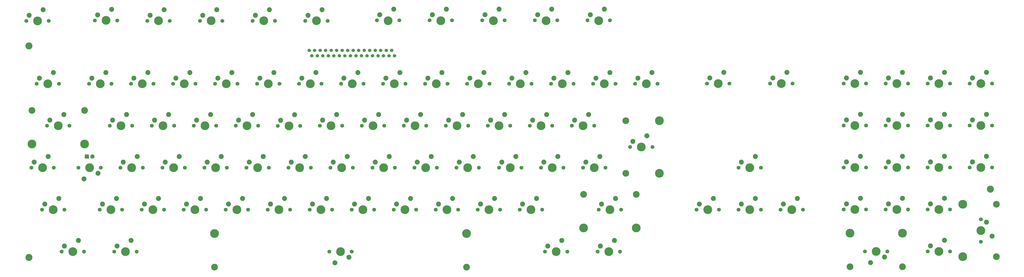
<source format=gbs>
G04 #@! TF.GenerationSoftware,KiCad,Pcbnew,6.0.2*
G04 #@! TF.CreationDate,2022-02-11T20:01:44-05:00*
G04 #@! TF.ProjectId,A1200KB,41313230-304b-4422-9e6b-696361645f70,v4a*
G04 #@! TF.SameCoordinates,Original*
G04 #@! TF.FileFunction,Soldermask,Bot*
G04 #@! TF.FilePolarity,Negative*
%FSLAX46Y46*%
G04 Gerber Fmt 4.6, Leading zero omitted, Abs format (unit mm)*
G04 Created by KiCad (PCBNEW 6.0.2) date 2022-02-11 20:01:44*
%MOMM*%
%LPD*%
G01*
G04 APERTURE LIST*
%ADD10C,3.987800*%
%ADD11C,1.750000*%
%ADD12C,2.250000*%
%ADD13C,3.048000*%
%ADD14C,3.200000*%
%ADD15C,1.905000*%
%ADD16R,1.905000X1.905000*%
%ADD17C,1.524000*%
G04 APERTURE END LIST*
D10*
X60858800Y-85611600D03*
D11*
X65938800Y-85611600D03*
X55778800Y-85611600D03*
D12*
X57048800Y-83071600D03*
X63398800Y-80531600D03*
D11*
X96977200Y-85496400D03*
D10*
X91907200Y-85398400D03*
D11*
X86817200Y-85496400D03*
D12*
X88087200Y-82956400D03*
X94437200Y-80416400D03*
D10*
X115722800Y-85513600D03*
D11*
X120802800Y-85583600D03*
X110642800Y-85583600D03*
D12*
X111912800Y-83043600D03*
X118262800Y-80503600D03*
D11*
X134518800Y-85611600D03*
X144678800Y-85611600D03*
D10*
X139598800Y-85541600D03*
D12*
X135788800Y-83071600D03*
X142138800Y-80531600D03*
D10*
X163474800Y-85513600D03*
D11*
X168554800Y-85583600D03*
X158394800Y-85583600D03*
D12*
X159664800Y-83043600D03*
X166014800Y-80503600D03*
D11*
X192430800Y-85583600D03*
X182270800Y-85583600D03*
D10*
X187350800Y-85513600D03*
D12*
X183540800Y-83043600D03*
X189890800Y-80503600D03*
D10*
X219856800Y-85513600D03*
D11*
X224942800Y-85357600D03*
X214782800Y-85357600D03*
D12*
X216052800Y-82817600D03*
X222402800Y-80277600D03*
D11*
X238658800Y-85357600D03*
X248818800Y-85357600D03*
D10*
X243738800Y-85513600D03*
D12*
X239928800Y-82817600D03*
X246278800Y-80277600D03*
D11*
X272694800Y-85357600D03*
X262534800Y-85357600D03*
D10*
X267614800Y-85513600D03*
D12*
X263804800Y-82817600D03*
X270154800Y-80277600D03*
D11*
X296570800Y-85357600D03*
X286410800Y-85357600D03*
D10*
X291490800Y-85513600D03*
D12*
X287680800Y-82817600D03*
X294030800Y-80277600D03*
D11*
X310286800Y-85357600D03*
X320446800Y-85357600D03*
D10*
X315366800Y-85513600D03*
D12*
X311556800Y-82817600D03*
X317906800Y-80277600D03*
D11*
X364478000Y-114105600D03*
X374638000Y-114105600D03*
D10*
X369558000Y-114105600D03*
D12*
X365748000Y-111565600D03*
X372098000Y-109025600D03*
D11*
X426478800Y-114072000D03*
D10*
X431558800Y-114072000D03*
D11*
X436638800Y-114072000D03*
D12*
X427748800Y-111532000D03*
X434098800Y-108992000D03*
D11*
X455688800Y-114072000D03*
D10*
X450608800Y-114072000D03*
D11*
X445528800Y-114072000D03*
D12*
X446798800Y-111532000D03*
X453148800Y-108992000D03*
D10*
X469658800Y-114072000D03*
D11*
X464578800Y-114072000D03*
X474738800Y-114072000D03*
D12*
X465848800Y-111532000D03*
X472198800Y-108992000D03*
D11*
X493788800Y-114072000D03*
X483628800Y-114072000D03*
D10*
X488708800Y-114072000D03*
D12*
X484898800Y-111532000D03*
X491248800Y-108992000D03*
D11*
X436638800Y-133122000D03*
X426478800Y-133122000D03*
D10*
X431558800Y-133122000D03*
D12*
X427748800Y-130582000D03*
X434098800Y-128042000D03*
D11*
X445528800Y-133122000D03*
X455688800Y-133122000D03*
D10*
X450608800Y-133122000D03*
D12*
X446798800Y-130582000D03*
X453148800Y-128042000D03*
D11*
X464578800Y-133122000D03*
D10*
X469658800Y-133122000D03*
D11*
X474738800Y-133122000D03*
D12*
X465848800Y-130582000D03*
X472198800Y-128042000D03*
D10*
X488708800Y-133122000D03*
D11*
X493788800Y-133122000D03*
X483628800Y-133122000D03*
D12*
X484898800Y-130582000D03*
X491248800Y-128042000D03*
D11*
X388960000Y-152219600D03*
X378800000Y-152219600D03*
D10*
X383880000Y-152219600D03*
D12*
X380070000Y-149679600D03*
X386420000Y-147139600D03*
D11*
X426478800Y-152172000D03*
X436638800Y-152172000D03*
D10*
X431558800Y-152172000D03*
D12*
X427748800Y-149632000D03*
X434098800Y-147092000D03*
D11*
X455688800Y-152172000D03*
X445528800Y-152172000D03*
D10*
X450608800Y-152172000D03*
D12*
X446798800Y-149632000D03*
X453148800Y-147092000D03*
D11*
X474738800Y-152172000D03*
D10*
X469658800Y-152172000D03*
D11*
X464578800Y-152172000D03*
D12*
X465848800Y-149632000D03*
X472198800Y-147092000D03*
D11*
X483628800Y-152172000D03*
X493788800Y-152172000D03*
D10*
X488708800Y-152172000D03*
D12*
X484898800Y-149632000D03*
X491248800Y-147092000D03*
D11*
X359750000Y-171269600D03*
X369910000Y-171269600D03*
D10*
X364830000Y-171269600D03*
D12*
X361020000Y-168729600D03*
X367370000Y-166189600D03*
D11*
X378800000Y-171269600D03*
X388960000Y-171269600D03*
D10*
X383880000Y-171269600D03*
D12*
X380070000Y-168729600D03*
X386420000Y-166189600D03*
D10*
X402930000Y-171269600D03*
D11*
X408010000Y-171269600D03*
X397850000Y-171269600D03*
D12*
X399120000Y-168729600D03*
X405470000Y-166189600D03*
D10*
X431558800Y-171222000D03*
D11*
X436638800Y-171222000D03*
X426478800Y-171222000D03*
D12*
X427748800Y-168682000D03*
X434098800Y-166142000D03*
D10*
X450608800Y-171222000D03*
D11*
X445528800Y-171222000D03*
X455688800Y-171222000D03*
D12*
X446798800Y-168682000D03*
X453148800Y-166142000D03*
D11*
X474738800Y-171222000D03*
X464578800Y-171222000D03*
D10*
X469658800Y-171222000D03*
D12*
X465848800Y-168682000D03*
X472198800Y-166142000D03*
D10*
X488708800Y-180774000D03*
X480453800Y-168867750D03*
D13*
X495693800Y-168867750D03*
D11*
X488708800Y-185854000D03*
D10*
X480453800Y-192680250D03*
D13*
X495693800Y-192680250D03*
D11*
X488708800Y-175694000D03*
D12*
X491248800Y-176964000D03*
X493788800Y-183314000D03*
D10*
X441210800Y-190272000D03*
D13*
X429304550Y-197257000D03*
D10*
X429304550Y-182017000D03*
D11*
X436130800Y-190272000D03*
X446290800Y-190272000D03*
D10*
X453117050Y-182017000D03*
D13*
X453117050Y-197257000D03*
D12*
X445020800Y-192812000D03*
X438670800Y-195352000D03*
D10*
X469658800Y-190272000D03*
D11*
X464578800Y-190272000D03*
X474738800Y-190272000D03*
D12*
X465848800Y-187732000D03*
X472198800Y-185192000D03*
D11*
X393074000Y-114105600D03*
D10*
X398154000Y-114105600D03*
D11*
X403234000Y-114105600D03*
D12*
X394344000Y-111565600D03*
X400694000Y-109025600D03*
D14*
X57000000Y-97000000D03*
X57000000Y-193000000D03*
X493000000Y-162000000D03*
D10*
X70256800Y-133220400D03*
D13*
X58350550Y-126235400D03*
D11*
X65176800Y-133220400D03*
D10*
X58350550Y-141475400D03*
X82163050Y-141475400D03*
D11*
X75336800Y-133220400D03*
D13*
X82163050Y-126235400D03*
D12*
X66446800Y-130680400D03*
X72796800Y-128140400D03*
D10*
X255422800Y-182115400D03*
D13*
X255422800Y-197355400D03*
D11*
X193192800Y-190370400D03*
X203352800Y-190370400D03*
D10*
X198272800Y-190370400D03*
X141122800Y-182115400D03*
D13*
X141122800Y-197355400D03*
D12*
X202082800Y-192910400D03*
X195732800Y-195450400D03*
D10*
X146456800Y-114170400D03*
D11*
X141376800Y-114170400D03*
X151536800Y-114170400D03*
D12*
X142646800Y-111630400D03*
X148996800Y-109090400D03*
D11*
X84226800Y-114170400D03*
D10*
X89306800Y-114170400D03*
D11*
X94386800Y-114170400D03*
D12*
X85496800Y-111630400D03*
X91846800Y-109090400D03*
D11*
X236626800Y-114170400D03*
D10*
X241706800Y-114170400D03*
D11*
X246786800Y-114170400D03*
D12*
X237896800Y-111630400D03*
X244246800Y-109090400D03*
D10*
X203606800Y-114170400D03*
D11*
X198526800Y-114170400D03*
X208686800Y-114170400D03*
D12*
X199796800Y-111630400D03*
X206146800Y-109090400D03*
D11*
X113436800Y-114170400D03*
X103276800Y-114170400D03*
D10*
X108356800Y-114170400D03*
D12*
X104546800Y-111630400D03*
X110896800Y-109090400D03*
D11*
X284886800Y-114170400D03*
X274726800Y-114170400D03*
D10*
X279806800Y-114170400D03*
D12*
X275996800Y-111630400D03*
X282346800Y-109090400D03*
D11*
X170586800Y-114170400D03*
X160426800Y-114170400D03*
D10*
X165506800Y-114170400D03*
D12*
X161696800Y-111630400D03*
X168046800Y-109090400D03*
D11*
X227736800Y-114170400D03*
D10*
X222656800Y-114170400D03*
D11*
X217576800Y-114170400D03*
D12*
X218846800Y-111630400D03*
X225196800Y-109090400D03*
D10*
X184556800Y-114170400D03*
D11*
X189636800Y-114170400D03*
X179476800Y-114170400D03*
D12*
X180746800Y-111630400D03*
X187096800Y-109090400D03*
D11*
X122326800Y-114170400D03*
X132486800Y-114170400D03*
D10*
X127406800Y-114170400D03*
D12*
X123596800Y-111630400D03*
X129946800Y-109090400D03*
D13*
X327685800Y-154810400D03*
X327685800Y-130934400D03*
D11*
X339750800Y-142872400D03*
D10*
X342925800Y-154810400D03*
D11*
X329590800Y-142872400D03*
D10*
X342925800Y-130934400D03*
X334670800Y-142872400D03*
D12*
X330860800Y-140332400D03*
X337210800Y-137792400D03*
D10*
X236880800Y-152270400D03*
D11*
X241960800Y-152270400D03*
X231800800Y-152270400D03*
D12*
X233070800Y-149730400D03*
X239420800Y-147190400D03*
D11*
X255676800Y-114170400D03*
X265836800Y-114170400D03*
D10*
X260756800Y-114170400D03*
D12*
X256946800Y-111630400D03*
X263296800Y-109090400D03*
D11*
X98450800Y-152270400D03*
X108610800Y-152270400D03*
D10*
X103530800Y-152270400D03*
D12*
X99720800Y-149730400D03*
X106070800Y-147190400D03*
D11*
X127660800Y-152270400D03*
X117500800Y-152270400D03*
D10*
X122580800Y-152270400D03*
D12*
X118770800Y-149730400D03*
X125120800Y-147190400D03*
D11*
X318414800Y-152270400D03*
X308254800Y-152270400D03*
D10*
X313334800Y-152270400D03*
D12*
X309524800Y-149730400D03*
X315874800Y-147190400D03*
D10*
X198780800Y-152270400D03*
D11*
X203860800Y-152270400D03*
X193700800Y-152270400D03*
D12*
X194970800Y-149730400D03*
X201320800Y-147190400D03*
D11*
X222910800Y-152270400D03*
X212750800Y-152270400D03*
D10*
X217830800Y-152270400D03*
D12*
X214020800Y-149730400D03*
X220370800Y-147190400D03*
D11*
X313334800Y-133220400D03*
X303174800Y-133220400D03*
D10*
X308254800Y-133220400D03*
D12*
X304444800Y-130680400D03*
X310794800Y-128140400D03*
D10*
X294284800Y-152270400D03*
D11*
X299364800Y-152270400D03*
X289204800Y-152270400D03*
D12*
X290474800Y-149730400D03*
X296824800Y-147190400D03*
D10*
X275234800Y-152270400D03*
D11*
X280314800Y-152270400D03*
X270154800Y-152270400D03*
D12*
X271424800Y-149730400D03*
X277774800Y-147190400D03*
D11*
X136550800Y-152270400D03*
D10*
X141630800Y-152270400D03*
D11*
X146710800Y-152270400D03*
D12*
X137820800Y-149730400D03*
X144170800Y-147190400D03*
D10*
X255930800Y-152270400D03*
D11*
X250850800Y-152270400D03*
X261010800Y-152270400D03*
D12*
X252120800Y-149730400D03*
X258470800Y-147190400D03*
D11*
X174650800Y-152270400D03*
X184810800Y-152270400D03*
D10*
X179730800Y-152270400D03*
D12*
X175920800Y-149730400D03*
X182270800Y-147190400D03*
D11*
X165760800Y-152270400D03*
X155600800Y-152270400D03*
D10*
X160680800Y-152270400D03*
D12*
X156870800Y-149730400D03*
X163220800Y-147190400D03*
D11*
X103784800Y-133220400D03*
D10*
X98704800Y-133220400D03*
D11*
X93624800Y-133220400D03*
D12*
X94894800Y-130680400D03*
X101244800Y-128140400D03*
D11*
X207924800Y-133220400D03*
D10*
X213004800Y-133220400D03*
D11*
X218084800Y-133220400D03*
D12*
X209194800Y-130680400D03*
X215544800Y-128140400D03*
D10*
X193954800Y-133220400D03*
D11*
X199034800Y-133220400D03*
X188874800Y-133220400D03*
D12*
X190144800Y-130680400D03*
X196494800Y-128140400D03*
D11*
X256184800Y-133220400D03*
D10*
X251104800Y-133220400D03*
D11*
X246024800Y-133220400D03*
D12*
X247294800Y-130680400D03*
X253644800Y-128140400D03*
D11*
X331876800Y-114170400D03*
X342036800Y-114170400D03*
D10*
X336956800Y-114170400D03*
D12*
X333146800Y-111630400D03*
X339496800Y-109090400D03*
D11*
X141884800Y-133220400D03*
D10*
X136804800Y-133220400D03*
D11*
X131724800Y-133220400D03*
D12*
X132994800Y-130680400D03*
X139344800Y-128140400D03*
D10*
X317906800Y-114170400D03*
D11*
X312826800Y-114170400D03*
X322986800Y-114170400D03*
D12*
X314096800Y-111630400D03*
X320446800Y-109090400D03*
D11*
X284124800Y-133220400D03*
X294284800Y-133220400D03*
D10*
X289204800Y-133220400D03*
D12*
X285394800Y-130680400D03*
X291744800Y-128140400D03*
D10*
X232054800Y-133220400D03*
D11*
X237134800Y-133220400D03*
X226974800Y-133220400D03*
D12*
X228244800Y-130680400D03*
X234594800Y-128140400D03*
D10*
X117754800Y-133220400D03*
D11*
X112674800Y-133220400D03*
X122834800Y-133220400D03*
D12*
X113944800Y-130680400D03*
X120294800Y-128140400D03*
D11*
X179984800Y-133299200D03*
X169824800Y-133299200D03*
D10*
X174904800Y-133299200D03*
D12*
X171094800Y-130759200D03*
X177444800Y-128219200D03*
D11*
X293776800Y-114170400D03*
D10*
X298856800Y-114170400D03*
D11*
X303936800Y-114170400D03*
D12*
X295046800Y-111630400D03*
X301396800Y-109090400D03*
D11*
X150774800Y-133220400D03*
D10*
X155854800Y-133220400D03*
D11*
X160934800Y-133220400D03*
D12*
X152044800Y-130680400D03*
X158394800Y-128140400D03*
D11*
X265074800Y-133220400D03*
D10*
X270154800Y-133220400D03*
D11*
X275234800Y-133220400D03*
D12*
X266344800Y-130680400D03*
X272694800Y-128140400D03*
D11*
X325018800Y-190370400D03*
X314858800Y-190370400D03*
D10*
X319938800Y-190370400D03*
D12*
X316128800Y-187830400D03*
X322478800Y-185290400D03*
D10*
X100736800Y-190370400D03*
D11*
X105816800Y-190370400D03*
X95656800Y-190370400D03*
D12*
X96926800Y-187830400D03*
X103276800Y-185290400D03*
D10*
X296062800Y-190370400D03*
D11*
X290982800Y-190370400D03*
X301142800Y-190370400D03*
D12*
X292252800Y-187830400D03*
X298602800Y-185290400D03*
D11*
X73050800Y-171320400D03*
X62890800Y-171320400D03*
D10*
X67970800Y-171320400D03*
D12*
X64160800Y-168780400D03*
X70510800Y-166240400D03*
D10*
X84480800Y-152270400D03*
D11*
X79400800Y-152270400D03*
X89560800Y-152270400D03*
D12*
X88290800Y-154810400D03*
X81940800Y-157350400D03*
D15*
X85750800Y-147190400D03*
D16*
X83210800Y-147190400D03*
D11*
X60448800Y-114170400D03*
X70608800Y-114170400D03*
D10*
X65528800Y-114170400D03*
D12*
X61718800Y-111630400D03*
X68068800Y-109090400D03*
D10*
X76860800Y-190370400D03*
D11*
X71780800Y-190370400D03*
X81940800Y-190370400D03*
D12*
X73050800Y-187830400D03*
X79400800Y-185290400D03*
D10*
X308540550Y-179575400D03*
D11*
X315366800Y-171320400D03*
D13*
X308540550Y-164335400D03*
X332353050Y-164335400D03*
D11*
X325526800Y-171320400D03*
D10*
X320446800Y-171320400D03*
X332353050Y-179575400D03*
D12*
X316636800Y-168780400D03*
X322986800Y-166240400D03*
D11*
X58064800Y-152270400D03*
X68224800Y-152270400D03*
D10*
X63144800Y-152270400D03*
D12*
X59334800Y-149730400D03*
X65684800Y-147190400D03*
D11*
X118262800Y-171320400D03*
D10*
X113182800Y-171320400D03*
D11*
X108102800Y-171320400D03*
D12*
X109372800Y-168780400D03*
X115722800Y-166240400D03*
D11*
X127152800Y-171320400D03*
X137312800Y-171320400D03*
D10*
X132232800Y-171320400D03*
D12*
X128422800Y-168780400D03*
X134772800Y-166240400D03*
D11*
X222402800Y-171320400D03*
X232562800Y-171320400D03*
D10*
X227482800Y-171320400D03*
D12*
X223672800Y-168780400D03*
X230022800Y-166240400D03*
D11*
X270656800Y-171342400D03*
D10*
X265576800Y-171342400D03*
D11*
X260496800Y-171342400D03*
D12*
X261766800Y-168802400D03*
X268116800Y-166262400D03*
D11*
X184302800Y-171320400D03*
X194462800Y-171320400D03*
D10*
X189382800Y-171320400D03*
D12*
X185572800Y-168780400D03*
X191922800Y-166240400D03*
D10*
X94132800Y-171320400D03*
D11*
X89052800Y-171320400D03*
X99212800Y-171320400D03*
D12*
X90322800Y-168780400D03*
X96672800Y-166240400D03*
D11*
X279552800Y-171320400D03*
D10*
X284632800Y-171320400D03*
D11*
X289712800Y-171320400D03*
D12*
X280822800Y-168780400D03*
X287172800Y-166240400D03*
D11*
X241456800Y-171322400D03*
D10*
X246536800Y-171322400D03*
D11*
X251616800Y-171322400D03*
D12*
X242726800Y-168782400D03*
X249076800Y-166242400D03*
D11*
X156362800Y-171320400D03*
X146202800Y-171320400D03*
D10*
X151282800Y-171320400D03*
D12*
X147472800Y-168780400D03*
X153822800Y-166240400D03*
D10*
X170332800Y-171320400D03*
D11*
X165252800Y-171320400D03*
X175412800Y-171320400D03*
D12*
X166522800Y-168780400D03*
X172872800Y-166240400D03*
D10*
X208432800Y-171320400D03*
D11*
X213512800Y-171320400D03*
X203352800Y-171320400D03*
D12*
X204622800Y-168780400D03*
X210972800Y-166240400D03*
D17*
X184016800Y-98962400D03*
X185266800Y-101462400D03*
X186516800Y-98962400D03*
X187766800Y-101462400D03*
X189016800Y-98962400D03*
X190266800Y-101462400D03*
X191516800Y-98962400D03*
X192766800Y-101462400D03*
X194016800Y-98962400D03*
X195266800Y-101462400D03*
X196516800Y-98962400D03*
X197766800Y-101462400D03*
X199016800Y-98962400D03*
X200266800Y-101462400D03*
X201516800Y-98962400D03*
X202766800Y-101462400D03*
X204016800Y-98962400D03*
X205266800Y-101462400D03*
X206516800Y-98962400D03*
X207766800Y-101462400D03*
X209016800Y-98962400D03*
X210266800Y-101462400D03*
X211516800Y-98962400D03*
X212766800Y-101462400D03*
X214016800Y-98962400D03*
X215266800Y-101462400D03*
X216516800Y-98962400D03*
X217766800Y-101462400D03*
X219016800Y-98962400D03*
X220266800Y-101462400D03*
X221516800Y-98962400D03*
X222766800Y-101462400D03*
M02*

</source>
